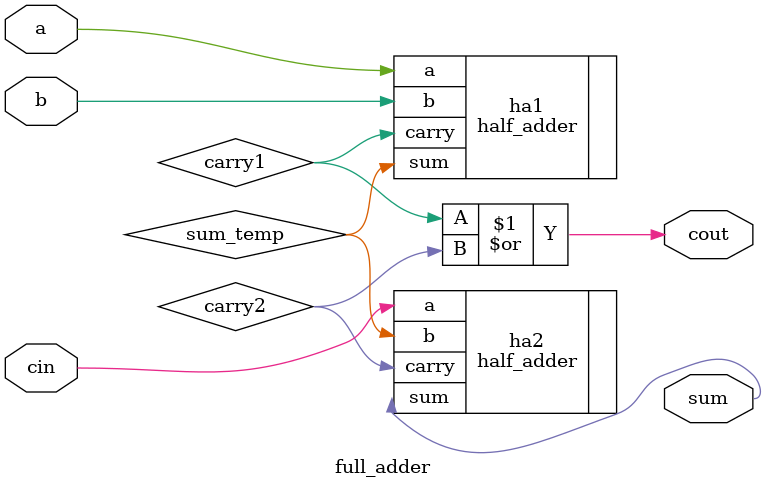
<source format=v>
module full_adder (
    input  wire a,
    input  wire b,
    input  wire cin,
    output wire sum,
    output wire cout
);

    // Internal wires for connecting the two half adders
    wire sum_temp;
    wire carry1;
    wire carry2;

    // First half adder: adds a and b
    half_adder ha1 (
        .a(a),
        .b(b),
        .sum(sum_temp),
        .carry(carry1)
    );

    // Second half adder: adds sum_temp and cin
    half_adder ha2 (
        .a(cin),
        .b(sum_temp),
        .sum(sum),
        .carry(carry2)
    );

    // Final carry out is OR of both carries
    assign cout = carry1 | carry2;

endmodule
</source>
